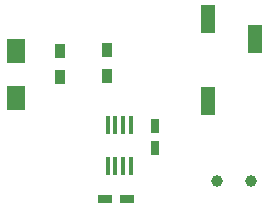
<source format=gtp>
G04 #@! TF.GenerationSoftware,KiCad,Pcbnew,5.1.0*
G04 #@! TF.CreationDate,2019-04-07T16:46:14+09:00*
G04 #@! TF.ProjectId,micro_cmos_guy,6d696372-6f5f-4636-9d6f-735f6775792e,rev?*
G04 #@! TF.SameCoordinates,Original*
G04 #@! TF.FileFunction,Paste,Top*
G04 #@! TF.FilePolarity,Positive*
%FSLAX46Y46*%
G04 Gerber Fmt 4.6, Leading zero omitted, Abs format (unit mm)*
G04 Created by KiCad (PCBNEW 5.1.0) date 2019-04-07 16:46:14*
%MOMM*%
%LPD*%
G04 APERTURE LIST*
%ADD10R,1.600000X2.000000*%
%ADD11R,1.200000X0.750000*%
%ADD12R,0.750000X1.200000*%
%ADD13R,0.900000X1.200000*%
%ADD14R,1.200000X2.400000*%
%ADD15C,1.000000*%
%ADD16R,0.300000X1.600000*%
G04 APERTURE END LIST*
D10*
X110000000Y-97250000D03*
X110000000Y-93250000D03*
D11*
X117550000Y-105750000D03*
X119450000Y-105750000D03*
D12*
X121750000Y-101500000D03*
X121750000Y-99600000D03*
D13*
X117750000Y-93150000D03*
X117750000Y-95350000D03*
D14*
X126250000Y-97450000D03*
X126250000Y-90550000D03*
X130250000Y-92250000D03*
D15*
X127000000Y-104250000D03*
X129900000Y-104250000D03*
D13*
X113750000Y-95450000D03*
X113750000Y-93250000D03*
D16*
X117775000Y-99550000D03*
X118425000Y-99550000D03*
X119075000Y-99550000D03*
X119725000Y-99550000D03*
X119725000Y-102950000D03*
X119075000Y-102950000D03*
X118425000Y-102950000D03*
X117775000Y-102950000D03*
M02*

</source>
